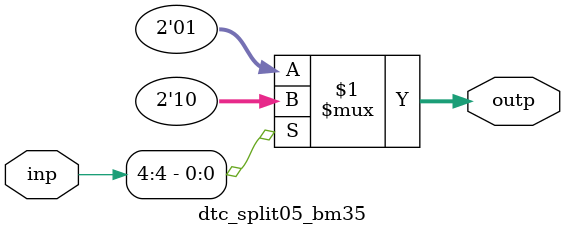
<source format=v>
module dtc_split05_bm35 (
	input  wire [7-1:0] inp,
	output wire [2-1:0] outp
);


	assign outp = (inp[4]) ? 2'b10 : 2'b01;

endmodule
</source>
